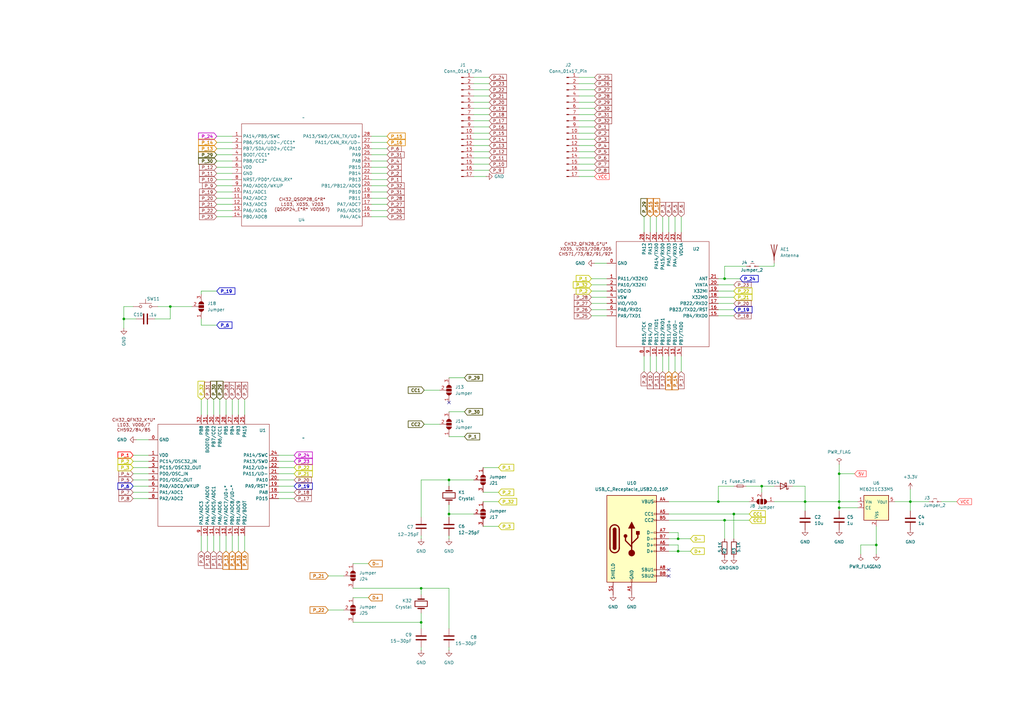
<source format=kicad_sch>
(kicad_sch (version 20250114) (generator "eeschema") (generator_version "9.0")
  (paper "A3")
  (junction (at 50.8 130.81))
  (junction (at 278.13 226.06))
  (junction (at 69.85 125.73))
  (junction (at 172.72 241.3))
  (junction (at 300.99 210.82))
  (junction (at 278.13 220.98))
  (junction (at 297.18 114.3))
  (junction (at 312.42 199.39))
  (junction (at 344.17 194.31))
  (junction (at 184.15 210.82))
  (junction (at 344.17 205.74))
  (junction (at 294.64 205.74))
  (junction (at 297.18 213.36))
  (junction (at 330.2 205.74))
  (junction (at 172.72 255.27))
  (junction (at 344.17 208.28))
  (junction (at 184.15 196.85))
  (junction (at 373.38 205.74))
  (junction (at 359.41 223.52))
  (no_connect (at 274.32 236.22))
  (no_connect (at 274.32 233.68))
  (no_connect (at 184.15 165.1))
  (wire (pts (xy 300.99 124.46) (xy 294.64 124.46)))
  (wire (pts (xy 200.66 67.31) (xy 194.31 67.31)))
  (wire (pts (xy 184.15 196.85) (xy 184.15 199.39)))
  (wire (pts (xy 264.16 152.4) (xy 264.16 146.05)))
  (wire (pts (xy 88.9 66.04) (xy 95.25 66.04)))
  (wire (pts (xy 87.63 226.06) (xy 87.63 219.71)))
  (wire (pts (xy 54.61 191.77) (xy 60.96 191.77)))
  (wire (pts (xy 300.99 121.92) (xy 294.64 121.92)))
  (wire (pts (xy 172.72 212.09) (xy 172.72 196.85)))
  (wire (pts (xy 373.38 200.66) (xy 373.38 205.74)))
  (wire (pts (xy 200.66 46.99) (xy 194.31 46.99)))
  (wire (pts (xy 274.32 88.9) (xy 274.32 95.25)))
  (wire (pts (xy 88.9 88.9) (xy 95.25 88.9)))
  (wire (pts (xy 276.86 152.4) (xy 276.86 146.05)))
  (wire (pts (xy 158.75 73.66) (xy 152.4 73.66)))
  (wire (pts (xy 300.99 127) (xy 294.64 127)))
  (wire (pts (xy 158.75 78.74) (xy 152.4 78.74)))
  (wire (pts (xy 297.18 109.22) (xy 297.18 114.3)))
  (wire (pts (xy 50.8 134.62) (xy 50.8 130.81)))
  (wire (pts (xy 50.8 125.73) (xy 50.8 130.81)))
  (wire (pts (xy 87.63 163.83) (xy 87.63 170.18)))
  (wire (pts (xy 90.17 163.83) (xy 90.17 170.18)))
  (wire (pts (xy 344.17 205.74) (xy 351.79 205.74)))
  (wire (pts (xy 300.99 210.82) (xy 300.99 220.98)))
  (wire (pts (xy 172.72 219.71) (xy 172.72 220.98)))
  (wire (pts (xy 300.99 119.38) (xy 294.64 119.38)))
  (wire (pts (xy 243.84 41.91) (xy 237.49 41.91)))
  (wire (pts (xy 200.66 44.45) (xy 194.31 44.45)))
  (wire (pts (xy 88.9 71.12) (xy 95.25 71.12)))
  (wire (pts (xy 237.49 72.39) (xy 243.84 72.39)))
  (wire (pts (xy 82.55 226.06) (xy 82.55 219.71)))
  (wire (pts (xy 200.66 54.61) (xy 194.31 54.61)))
  (wire (pts (xy 172.72 241.3) (xy 172.72 243.84)))
  (wire (pts (xy 120.65 186.69) (xy 114.3 186.69)))
  (wire (pts (xy 279.4 88.9) (xy 279.4 95.25)))
  (wire (pts (xy 158.75 68.58) (xy 152.4 68.58)))
  (wire (pts (xy 294.64 199.39) (xy 300.99 199.39)))
  (wire (pts (xy 158.75 81.28) (xy 152.4 81.28)))
  (wire (pts (xy 54.61 189.23) (xy 60.96 189.23)))
  (wire (pts (xy 92.71 226.06) (xy 92.71 219.71)))
  (wire (pts (xy 100.33 226.06) (xy 100.33 219.71)))
  (wire (pts (xy 144.78 241.3) (xy 172.72 241.3)))
  (wire (pts (xy 278.13 226.06) (xy 283.21 226.06)))
  (wire (pts (xy 204.47 201.93) (xy 198.12 201.93)))
  (wire (pts (xy 152.4 58.42) (xy 158.75 58.42)))
  (wire (pts (xy 344.17 208.28) (xy 344.17 205.74)))
  (wire (pts (xy 90.17 226.06) (xy 90.17 219.71)))
  (wire (pts (xy 274.32 213.36) (xy 297.18 213.36)))
  (wire (pts (xy 242.57 119.38) (xy 248.92 119.38)))
  (wire (pts (xy 184.15 210.82) (xy 184.15 212.09)))
  (wire (pts (xy 200.66 34.29) (xy 194.31 34.29)))
  (wire (pts (xy 88.9 55.88) (xy 95.25 55.88)))
  (wire (pts (xy 158.75 86.36) (xy 152.4 86.36)))
  (wire (pts (xy 271.78 152.4) (xy 271.78 146.05)))
  (wire (pts (xy 184.15 207.01) (xy 184.15 210.82)))
  (wire (pts (xy 243.84 46.99) (xy 237.49 46.99)))
  (wire (pts (xy 243.84 31.75) (xy 237.49 31.75)))
  (wire (pts (xy 54.61 196.85) (xy 60.96 196.85)))
  (wire (pts (xy 312.42 199.39) (xy 312.42 201.93)))
  (wire (pts (xy 279.4 152.4) (xy 279.4 146.05)))
  (wire (pts (xy 307.34 205.74) (xy 294.64 205.74)))
  (wire (pts (xy 200.66 52.07) (xy 194.31 52.07)))
  (wire (pts (xy 242.57 116.84) (xy 248.92 116.84)))
  (wire (pts (xy 88.9 58.42) (xy 95.25 58.42)))
  (wire (pts (xy 274.32 152.4) (xy 274.32 146.05)))
  (wire (pts (xy 242.57 124.46) (xy 248.92 124.46)))
  (wire (pts (xy 276.86 88.9) (xy 276.86 95.25)))
  (wire (pts (xy 172.72 196.85) (xy 184.15 196.85)))
  (wire (pts (xy 297.18 213.36) (xy 307.34 213.36)))
  (wire (pts (xy 158.75 88.9) (xy 152.4 88.9)))
  (wire (pts (xy 330.2 209.55) (xy 330.2 205.74)))
  (wire (pts (xy 97.79 226.06) (xy 97.79 219.71)))
  (wire (pts (xy 242.57 127) (xy 248.92 127)))
  (wire (pts (xy 54.61 201.93) (xy 60.96 201.93)))
  (wire (pts (xy 54.61 204.47) (xy 60.96 204.47)))
  (wire (pts (xy 82.55 119.38) (xy 82.55 120.65)))
  (wire (pts (xy 274.32 220.98) (xy 278.13 220.98)))
  (wire (pts (xy 54.61 194.31) (xy 60.96 194.31)))
  (wire (pts (xy 95.25 163.83) (xy 95.25 170.18)))
  (wire (pts (xy 353.06 223.52) (xy 353.06 227.33)))
  (wire (pts (xy 204.47 215.9) (xy 198.12 215.9)))
  (wire (pts (xy 274.32 205.74) (xy 294.64 205.74)))
  (wire (pts (xy 344.17 190.5) (xy 344.17 194.31)))
  (wire (pts (xy 120.65 201.93) (xy 114.3 201.93)))
  (wire (pts (xy 200.66 39.37) (xy 194.31 39.37)))
  (wire (pts (xy 353.06 223.52) (xy 359.41 223.52)))
  (wire (pts (xy 55.88 180.34) (xy 60.96 180.34)))
  (wire (pts (xy 243.84 62.23) (xy 237.49 62.23)))
  (wire (pts (xy 158.75 83.82) (xy 152.4 83.82)))
  (wire (pts (xy 198.12 205.74) (xy 204.47 205.74)))
  (wire (pts (xy 184.15 219.71) (xy 184.15 220.98)))
  (wire (pts (xy 85.09 163.83) (xy 85.09 170.18)))
  (wire (pts (xy 88.9 83.82) (xy 95.25 83.82)))
  (wire (pts (xy 120.65 189.23) (xy 114.3 189.23)))
  (wire (pts (xy 85.09 226.06) (xy 85.09 219.71)))
  (wire (pts (xy 88.9 81.28) (xy 95.25 81.28)))
  (wire (pts (xy 54.61 186.69) (xy 60.96 186.69)))
  (wire (pts (xy 317.5 205.74) (xy 330.2 205.74)))
  (wire (pts (xy 158.75 63.5) (xy 152.4 63.5)))
  (wire (pts (xy 264.16 88.9) (xy 264.16 95.25)))
  (wire (pts (xy 200.66 64.77) (xy 194.31 64.77)))
  (wire (pts (xy 243.84 34.29) (xy 237.49 34.29)))
  (wire (pts (xy 300.99 210.82) (xy 307.34 210.82)))
  (wire (pts (xy 190.5 168.91) (xy 184.15 168.91)))
  (wire (pts (xy 243.84 52.07) (xy 237.49 52.07)))
  (wire (pts (xy 243.84 57.15) (xy 237.49 57.15)))
  (wire (pts (xy 198.12 191.77) (xy 204.47 191.77)))
  (wire (pts (xy 97.79 163.83) (xy 97.79 170.18)))
  (wire (pts (xy 158.75 71.12) (xy 152.4 71.12)))
  (wire (pts (xy 359.41 223.52) (xy 359.41 227.33)))
  (wire (pts (xy 243.84 64.77) (xy 237.49 64.77)))
  (wire (pts (xy 243.84 49.53) (xy 237.49 49.53)))
  (wire (pts (xy 243.84 39.37) (xy 237.49 39.37)))
  (wire (pts (xy 297.18 109.22) (xy 306.07 109.22)))
  (wire (pts (xy 88.9 63.5) (xy 95.25 63.5)))
  (wire (pts (xy 243.84 36.83) (xy 237.49 36.83)))
  (wire (pts (xy 88.9 76.2) (xy 95.25 76.2)))
  (wire (pts (xy 172.72 255.27) (xy 172.72 257.81)))
  (wire (pts (xy 330.2 199.39) (xy 330.2 205.74)))
  (wire (pts (xy 92.71 163.83) (xy 92.71 170.18)))
  (wire (pts (xy 278.13 220.98) (xy 283.21 220.98)))
  (wire (pts (xy 278.13 226.06) (xy 278.13 223.52)))
  (wire (pts (xy 297.18 114.3) (xy 294.64 114.3)))
  (wire (pts (xy 317.5 109.22) (xy 311.15 109.22)))
  (wire (pts (xy 200.66 36.83) (xy 194.31 36.83)))
  (wire (pts (xy 140.97 236.22) (xy 134.62 236.22)))
  (wire (pts (xy 242.57 114.3) (xy 248.92 114.3)))
  (wire (pts (xy 200.66 62.23) (xy 194.31 62.23)))
  (wire (pts (xy 120.65 199.39) (xy 114.3 199.39)))
  (wire (pts (xy 350.52 194.31) (xy 344.17 194.31)))
  (wire (pts (xy 180.34 173.99) (xy 173.99 173.99)))
  (wire (pts (xy 95.25 226.06) (xy 95.25 219.71)))
  (wire (pts (xy 144.78 255.27) (xy 172.72 255.27)))
  (wire (pts (xy 274.32 223.52) (xy 278.13 223.52)))
  (wire (pts (xy 200.66 57.15) (xy 194.31 57.15)))
  (wire (pts (xy 88.9 78.74) (xy 95.25 78.74)))
  (wire (pts (xy 140.97 250.19) (xy 134.62 250.19)))
  (wire (pts (xy 200.66 49.53) (xy 194.31 49.53)))
  (wire (pts (xy 243.84 67.31) (xy 237.49 67.31)))
  (wire (pts (xy 200.66 31.75) (xy 194.31 31.75)))
  (wire (pts (xy 184.15 265.43) (xy 184.15 266.7)))
  (wire (pts (xy 300.99 129.54) (xy 294.64 129.54)))
  (wire (pts (xy 88.9 119.38) (xy 82.55 119.38)))
  (wire (pts (xy 312.42 199.39) (xy 317.5 199.39)))
  (wire (pts (xy 294.64 205.74) (xy 294.64 199.39)))
  (wire (pts (xy 69.85 125.73) (xy 69.85 130.81)))
  (wire (pts (xy 64.77 125.73) (xy 69.85 125.73)))
  (wire (pts (xy 190.5 154.94) (xy 184.15 154.94)))
  (wire (pts (xy 152.4 55.88) (xy 158.75 55.88)))
  (wire (pts (xy 317.5 109.22) (xy 317.5 107.95)))
  (wire (pts (xy 184.15 241.3) (xy 172.72 241.3)))
  (wire (pts (xy 266.7 152.4) (xy 266.7 146.05)))
  (wire (pts (xy 381 205.74) (xy 373.38 205.74)))
  (wire (pts (xy 120.65 196.85) (xy 114.3 196.85)))
  (wire (pts (xy 54.61 199.39) (xy 60.96 199.39)))
  (wire (pts (xy 242.57 121.92) (xy 248.92 121.92)))
  (wire (pts (xy 199.39 72.39) (xy 194.31 72.39)))
  (wire (pts (xy 269.24 152.4) (xy 269.24 146.05)))
  (wire (pts (xy 325.12 199.39) (xy 330.2 199.39)))
  (wire (pts (xy 303.53 114.3) (xy 297.18 114.3)))
  (wire (pts (xy 274.32 226.06) (xy 278.13 226.06)))
  (wire (pts (xy 50.8 125.73) (xy 54.61 125.73)))
  (wire (pts (xy 386.08 205.74) (xy 392.43 205.74)))
  (wire (pts (xy 88.9 60.96) (xy 95.25 60.96)))
  (wire (pts (xy 88.9 68.58) (xy 95.25 68.58)))
  (wire (pts (xy 63.5 130.81) (xy 69.85 130.81)))
  (wire (pts (xy 172.72 251.46) (xy 172.72 255.27)))
  (wire (pts (xy 359.41 215.9) (xy 359.41 223.52)))
  (wire (pts (xy 184.15 257.81) (xy 184.15 241.3)))
  (wire (pts (xy 200.66 69.85) (xy 194.31 69.85)))
  (wire (pts (xy 88.9 86.36) (xy 95.25 86.36)))
  (wire (pts (xy 69.85 125.73) (xy 78.74 125.73)))
  (wire (pts (xy 243.84 54.61) (xy 237.49 54.61)))
  (wire (pts (xy 344.17 208.28) (xy 351.79 208.28)))
  (wire (pts (xy 120.65 191.77) (xy 114.3 191.77)))
  (wire (pts (xy 269.24 88.9) (xy 269.24 95.25)))
  (wire (pts (xy 184.15 210.82) (xy 194.31 210.82)))
  (wire (pts (xy 190.5 179.07) (xy 184.15 179.07)))
  (wire (pts (xy 184.15 196.85) (xy 194.31 196.85)))
  (wire (pts (xy 82.55 130.81) (xy 82.55 133.35)))
  (wire (pts (xy 100.33 163.83) (xy 100.33 170.18)))
  (wire (pts (xy 266.7 88.9) (xy 266.7 95.25)))
  (wire (pts (xy 300.99 116.84) (xy 294.64 116.84)))
  (wire (pts (xy 344.17 209.55) (xy 344.17 208.28)))
  (wire (pts (xy 200.66 41.91) (xy 194.31 41.91)))
  (wire (pts (xy 243.84 107.95) (xy 248.92 107.95)))
  (wire (pts (xy 144.78 231.14) (xy 151.13 231.14)))
  (wire (pts (xy 88.9 133.35) (xy 82.55 133.35)))
  (wire (pts (xy 158.75 66.04) (xy 152.4 66.04)))
  (wire (pts (xy 158.75 76.2) (xy 152.4 76.2)))
  (wire (pts (xy 144.78 245.11) (xy 151.13 245.11)))
  (wire (pts (xy 243.84 59.69) (xy 237.49 59.69)))
  (wire (pts (xy 274.32 218.44) (xy 278.13 218.44)))
  (wire (pts (xy 200.66 59.69) (xy 194.31 59.69)))
  (wire (pts (xy 172.72 265.43) (xy 172.72 266.7)))
  (wire (pts (xy 297.18 213.36) (xy 297.18 220.98)))
  (wire (pts (xy 278.13 220.98) (xy 278.13 218.44)))
  (wire (pts (xy 50.8 130.81) (xy 55.88 130.81)))
  (wire (pts (xy 306.07 199.39) (xy 312.42 199.39)))
  (wire (pts (xy 243.84 44.45) (xy 237.49 44.45)))
  (wire (pts (xy 158.75 60.96) (xy 152.4 60.96)))
  (wire (pts (xy 274.32 210.82) (xy 300.99 210.82)))
  (wire (pts (xy 88.9 73.66) (xy 95.25 73.66)))
  (wire (pts (xy 242.57 129.54) (xy 248.92 129.54)))
  (wire (pts (xy 344.17 194.31) (xy 344.17 205.74)))
  (wire (pts (xy 271.78 88.9) (xy 271.78 95.25)))
  (wire (pts (xy 373.38 205.74) (xy 373.38 209.55)))
  (wire (pts (xy 180.34 160.02) (xy 173.99 160.02)))
  (wire (pts (xy 82.55 163.83) (xy 82.55 170.18)))
  (wire (pts (xy 330.2 205.74) (xy 344.17 205.74)))
  (wire (pts (xy 120.65 204.47) (xy 114.3 204.47)))
  (wire (pts (xy 243.84 69.85) (xy 237.49 69.85)))
  (wire (pts (xy 120.65 194.31) (xy 114.3 194.31)))
  (wire (pts (xy 367.03 205.74) (xy 373.38 205.74)))
  (global_label "P_1" (shape input) (at 243.84 52.07 0) (effects (font (thickness 0.1588))) (property "Intersheetrefs" "${INTERSHEET_REFS}" (effects (hide yes))))
  (global_label "P_12" (shape input) (at 271.78 152.4 270) (property "Intersheetrefs" "${INTERSHEET_REFS}" (effects (hide yes))))
  (global_label "P_31" (shape input) (at 158.75 63.5 0) (property "Intersheetrefs" "${INTERSHEET_REFS}" (effects (hide yes))))
  (global_label "D+" (shape input) (at 283.21 226.06 0) (effects (font (thickness 0.254) (bold yes))) (property "Intersheetrefs" "${INTERSHEET_REFS}" (effects (hide yes))))
  (global_label "P_23" (shape input) (at 300.99 116.84 0) (property "Intersheetrefs" "${INTERSHEET_REFS}" (effects (hide yes))))
  (global_label "P_17" (shape input) (at 279.4 152.4 270) (property "Intersheetrefs" "${INTERSHEET_REFS}" (effects (hide yes))))
  (global_label "P_14" (shape input) (at 200.66 57.15 0) (property "Intersheetrefs" "${INTERSHEET_REFS}" (effects (hide yes))))
  (global_label "P_16" (shape input) (at 100.33 226.06 270) (effects (font (thickness 0.254) (bold yes))) (property "Intersheetrefs" "${INTERSHEET_REFS}" (effects (hide yes))))
  (global_label "P_21" (shape input) (at 200.66 39.37 0) (effects (font (thickness 0.1588))) (property "Intersheetrefs" "${INTERSHEET_REFS}" (effects (hide yes))))
  (global_label "P_8" (shape input) (at 54.61 204.47 180) (property "Intersheetrefs" "${INTERSHEET_REFS}" (effects (hide yes))))
  (global_label "P_32" (shape input) (at 204.47 205.74 0) (effects (font (thickness 0.254) (bold yes))) (property "Intersheetrefs" "${INTERSHEET_REFS}" (effects (hide yes))))
  (global_label "P_10" (shape input) (at 85.09 226.06 270) (property "Intersheetrefs" "${INTERSHEET_REFS}" (effects (hide yes))))
  (global_label "P_26" (shape input) (at 158.75 86.36 0) (property "Intersheetrefs" "${INTERSHEET_REFS}" (effects (hide yes))))
  (global_label "P_21" (shape input) (at 88.9 83.82 180) (property "Intersheetrefs" "${INTERSHEET_REFS}" (effects (hide yes))))
  (global_label "P_4" (shape input) (at 274.32 88.9 90) (effects (font (thickness 0.1588))) (property "Intersheetrefs" "${INTERSHEET_REFS}" (effects (hide yes))))
  (global_label "VCC" (shape input) (at 392.43 205.74 0) (property "Intersheetrefs" "${INTERSHEET_REFS}" (effects (hide yes))))
  (global_label "P_12" (shape input) (at 200.66 62.23 0) (property "Intersheetrefs" "${INTERSHEET_REFS}" (effects (hide yes))))
  (global_label "P_29" (shape input) (at 190.5 154.94 0) (effects (font (thickness 0.254) (bold yes))) (property "Intersheetrefs" "${INTERSHEET_REFS}" (effects (hide yes))))
  (global_label "P_5" (shape input) (at 54.61 196.85 180) (effects (font (thickness 0.1588))) (property "Intersheetrefs" "${INTERSHEET_REFS}" (effects (hide yes))))
  (global_label "P_1" (shape input) (at 158.75 73.66 0) (effects (font (thickness 0.1588))) (property "Intersheetrefs" "${INTERSHEET_REFS}" (effects (hide yes))))
  (global_label "P_27" (shape input) (at 95.25 163.83 90) (property "Intersheetrefs" "${INTERSHEET_REFS}" (effects (hide yes))))
  (global_label "P_29" (shape input) (at 243.84 41.91 0) (property "Intersheetrefs" "${INTERSHEET_REFS}" (effects (hide yes))))
  (global_label "P_16" (shape input) (at 158.75 58.42 0) (effects (font (thickness 0.254) (bold yes))) (property "Intersheetrefs" "${INTERSHEET_REFS}" (effects (hide yes))))
  (global_label "P_13" (shape input) (at 88.9 60.96 180) (effects (font (thickness 0.254) (bold yes))) (property "Intersheetrefs" "${INTERSHEET_REFS}" (effects (hide yes))))
  (global_label "P_4" (shape input) (at 243.84 59.69 0) (effects (font (thickness 0.1588))) (property "Intersheetrefs" "${INTERSHEET_REFS}" (effects (hide yes))))
  (global_label "P_5" (shape input) (at 243.84 62.23 0) (effects (font (thickness 0.1588))) (property "Intersheetrefs" "${INTERSHEET_REFS}" (effects (hide yes))))
  (global_label "P_9" (shape input) (at 82.55 226.06 270) (property "Intersheetrefs" "${INTERSHEET_REFS}" (effects (hide yes))))
  (global_label "P_19" (shape input) (at 300.99 127 0) (effects (font (thickness 0.254) (bold yes))) (property "Intersheetrefs" "${INTERSHEET_REFS}" (effects (hide yes))))
  (global_label "P_3" (shape input) (at 204.47 215.9 0) (effects (font (thickness 0.254) (bold yes))) (property "Intersheetrefs" "${INTERSHEET_REFS}" (effects (hide yes))))
  (global_label "P_22" (shape input) (at 88.9 86.36 180) (property "Intersheetrefs" "${INTERSHEET_REFS}" (effects (hide yes))))
  (global_label "P_31" (shape input) (at 85.09 163.83 90) (property "Intersheetrefs" "${INTERSHEET_REFS}" (effects (hide yes))))
  (global_label "P_27" (shape input) (at 242.57 124.46 180) (property "Intersheetrefs" "${INTERSHEET_REFS}" (effects (hide yes))))
  (global_label "P_17" (shape input) (at 200.66 49.53 0) (property "Intersheetrefs" "${INTERSHEET_REFS}" (effects (hide yes))))
  (global_label "P_2" (shape input) (at 54.61 189.23 180) (effects (font (thickness 0.254) (bold yes))) (property "Intersheetrefs" "${INTERSHEET_REFS}" (effects (hide yes))))
  (global_label "P_26" (shape input) (at 97.79 163.83 90) (property "Intersheetrefs" "${INTERSHEET_REFS}" (effects (hide yes))))
  (global_label "P_6" (shape input) (at 88.9 133.35 0) (effects (font (thickness 0.254) (bold yes))) (property "Intersheetrefs" "${INTERSHEET_REFS}" (effects (hide yes))))
  (global_label "P_19" (shape input) (at 88.9 78.74 180) (property "Intersheetrefs" "${INTERSHEET_REFS}" (effects (hide yes))))
  (global_label "P_3" (shape input) (at 271.78 88.9 90) (effects (font (thickness 0.1588))) (property "Intersheetrefs" "${INTERSHEET_REFS}" (effects (hide yes))))
  (global_label "5V" (shape input) (at 350.52 194.31 0) (property "Intersheetrefs" "${INTERSHEET_REFS}" (effects (hide yes))))
  (global_label "P_2" (shape input) (at 243.84 54.61 0) (effects (font (thickness 0.1588))) (property "Intersheetrefs" "${INTERSHEET_REFS}" (effects (hide yes))))
  (global_label "P_19" (shape input) (at 120.65 199.39 0) (effects (font (thickness 0.254) (bold yes))) (property "Intersheetrefs" "${INTERSHEET_REFS}" (effects (hide yes))))
  (global_label "P_32" (shape input) (at 243.84 49.53 0) (effects (font (thickness 0.1588))) (property "Intersheetrefs" "${INTERSHEET_REFS}" (effects (hide yes))))
  (global_label "P_11" (shape input) (at 200.66 64.77 0) (property "Intersheetrefs" "${INTERSHEET_REFS}" (effects (hide yes))))
  (global_label "P_22" (shape input) (at 120.65 191.77 0) (effects (font (thickness 0.254) (bold yes))) (property "Intersheetrefs" "${INTERSHEET_REFS}" (effects (hide yes))))
  (global_label "P_25" (shape input) (at 242.57 129.54 180) (property "Intersheetrefs" "${INTERSHEET_REFS}" (effects (hide yes))))
  (global_label "P_2" (shape input) (at 204.47 201.93 0) (effects (font (thickness 0.254) (bold yes))) (property "Intersheetrefs" "${INTERSHEET_REFS}" (effects (hide yes))))
  (global_label "P_3" (shape input) (at 54.61 191.77 180) (effects (font (thickness 0.254) (bold yes))) (property "Intersheetrefs" "${INTERSHEET_REFS}" (effects (hide yes))))
  (global_label "P_14" (shape input) (at 276.86 152.4 270) (effects (font (thickness 0.254) (bold yes))) (property "Intersheetrefs" "${INTERSHEET_REFS}" (effects (hide yes))))
  (global_label "CC1" (shape input) (at 307.34 210.82 0) (effects (font (thickness 0.254) (bold yes))) (property "Intersheetrefs" "${INTERSHEET_REFS}" (effects (hide yes))))
  (global_label "P_23" (shape input) (at 120.65 189.23 0) (effects (font (thickness 0.254) (bold yes))) (property "Intersheetrefs" "${INTERSHEET_REFS}" (effects (hide yes))))
  (global_label "P_8" (shape input) (at 243.84 69.85 0) (property "Intersheetrefs" "${INTERSHEET_REFS}" (effects (hide yes))))
  (global_label "P_16" (shape input) (at 269.24 88.9 90) (effects (font (thickness 0.254) (bold yes))) (property "Intersheetrefs" "${INTERSHEET_REFS}" (effects (hide yes))))
  (global_label "P_32" (shape input) (at 82.55 163.83 90) (effects (font (thickness 0.254) (bold yes))) (property "Intersheetrefs" "${INTERSHEET_REFS}" (effects (hide yes))))
  (global_label "P_14" (shape input) (at 95.25 226.06 270) (effects (font (thickness 0.254) (bold yes))) (property "Intersheetrefs" "${INTERSHEET_REFS}" (effects (hide yes))))
  (global_label "VCC" (shape input) (at 243.84 72.39 0) (property "Intersheetrefs" "${INTERSHEET_REFS}" (effects (hide yes))))
  (global_label "P_22" (shape input) (at 300.99 119.38 0) (effects (font (thickness 0.254) (bold yes))) (property "Intersheetrefs" "${INTERSHEET_REFS}" (effects (hide yes))))
  (global_label "P_25" (shape input) (at 100.33 163.83 90) (property "Intersheetrefs" "${INTERSHEET_REFS}" (effects (hide yes))))
  (global_label "D-" (shape input) (at 151.13 231.14 0) (effects (font (thickness 0.254) (bold yes))) (property "Intersheetrefs" "${INTERSHEET_REFS}" (effects (hide yes))))
  (global_label "P_32" (shape input) (at 242.57 116.84 180) (effects (font (thickness 0.254) (bold yes))) (property "Intersheetrefs" "${INTERSHEET_REFS}" (effects (hide yes))))
  (global_label "P_1" (shape input) (at 242.57 114.3 180) (effects (font (thickness 0.254) (bold yes))) (property "Intersheetrefs" "${INTERSHEET_REFS}" (effects (hide yes))))
  (global_label "P_20" (shape input) (at 120.65 196.85 0) (property "Intersheetrefs" "${INTERSHEET_REFS}" (effects (hide yes))))
  (global_label "P_31" (shape input) (at 243.84 46.99 0) (property "Intersheetrefs" "${INTERSHEET_REFS}" (effects (hide yes))))
  (global_label "P_29" (shape input) (at 264.16 88.9 90) (effects (font (thickness 0.254) (bold yes))) (property "Intersheetrefs" "${INTERSHEET_REFS}" (effects (hide yes))))
  (global_label "P_32" (shape input) (at 158.75 76.2 0) (property "Intersheetrefs" "${INTERSHEET_REFS}" (effects (hide yes))))
  (global_label "P_18" (shape input) (at 300.99 129.54 0) (property "Intersheetrefs" "${INTERSHEET_REFS}" (effects (hide yes))))
  (global_label "P_27" (shape input) (at 243.84 36.83 0) (property "Intersheetrefs" "${INTERSHEET_REFS}" (effects (hide yes))))
  (global_label "P_30" (shape input) (at 243.84 44.45 0) (property "Intersheetrefs" "${INTERSHEET_REFS}" (effects (hide yes))))
  (global_label "P_20" (shape input) (at 88.9 81.28 180) (property "Intersheetrefs" "${INTERSHEET_REFS}" (effects (hide yes))))
  (global_label "P_9" (shape input) (at 200.66 69.85 0) (property "Intersheetrefs" "${INTERSHEET_REFS}" (effects (hide yes))))
  (global_label "P_29" (shape input) (at 88.9 63.5 180) (effects (font (thickness 0.254) (bold yes))) (property "Intersheetrefs" "${INTERSHEET_REFS}" (effects (hide yes))))
  (global_label "P_11" (shape input) (at 269.24 152.4 270) (property "Intersheetrefs" "${INTERSHEET_REFS}" (effects (hide yes))))
  (global_label "P_23" (shape input) (at 88.9 88.9 180) (property "Intersheetrefs" "${INTERSHEET_REFS}" (effects (hide yes))))
  (global_label "P_11" (shape input) (at 88.9 71.12 180) (property "Intersheetrefs" "${INTERSHEET_REFS}" (effects (hide yes))))
  (global_label "P_14" (shape input) (at 88.9 58.42 180) (effects (font (thickness 0.254) (bold yes))) (property "Intersheetrefs" "${INTERSHEET_REFS}" (effects (hide yes))))
  (global_label "P_25" (shape input) (at 158.75 88.9 0) (property "Intersheetrefs" "${INTERSHEET_REFS}" (effects (hide yes))))
  (global_label "P_30" (shape input) (at 190.5 168.91 0) (effects (font (thickness 0.254) (bold yes))) (property "Intersheetrefs" "${INTERSHEET_REFS}" (effects (hide yes))))
  (global_label "P_18" (shape input) (at 200.66 46.99 0) (property "Intersheetrefs" "${INTERSHEET_REFS}" (effects (hide yes))))
  (global_label "P_26" (shape input) (at 243.84 34.29 0) (property "Intersheetrefs" "${INTERSHEET_REFS}" (effects (hide yes))))
  (global_label "P_19" (shape input) (at 88.9 119.38 0) (effects (font (thickness 0.254) (bold yes))) (property "Intersheetrefs" "${INTERSHEET_REFS}" (effects (hide yes))))
  (global_label "P_11" (shape input) (at 87.63 226.06 270) (property "Intersheetrefs" "${INTERSHEET_REFS}" (effects (hide yes))))
  (global_label "P_31" (shape input) (at 158.75 78.74 0) (property "Intersheetrefs" "${INTERSHEET_REFS}" (effects (hide yes))))
  (global_label "P_21" (shape input) (at 300.99 121.92 0) (effects (font (thickness 0.254) (bold yes))) (property "Intersheetrefs" "${INTERSHEET_REFS}" (effects (hide yes))))
  (global_label "P_24" (shape input) (at 88.9 55.88 180) (effects (font (thickness 0.254) (bold yes))) (property "Intersheetrefs" "${INTERSHEET_REFS}" (effects (hide yes))))
  (global_label "P_3" (shape input) (at 243.84 57.15 0) (effects (font (thickness 0.1588))) (property "Intersheetrefs" "${INTERSHEET_REFS}" (effects (hide yes))))
  (global_label "P_20" (shape input) (at 300.99 124.46 0) (property "Intersheetrefs" "${INTERSHEET_REFS}" (effects (hide yes))))
  (global_label "CC2" (shape input) (at 173.99 173.99 180) (effects (font (thickness 0.254) (bold yes))) (property "Intersheetrefs" "${INTERSHEET_REFS}" (effects (hide yes))))
  (global_label "CC1" (shape input) (at 173.99 160.02 180) (effects (font (thickness 0.254) (bold yes))) (property "Intersheetrefs" "${INTERSHEET_REFS}" (effects (hide yes))))
  (global_label "P_30" (shape input) (at 87.63 163.83 90) (effects (font (thickness 0.254) (bold yes))) (property "Intersheetrefs" "${INTERSHEET_REFS}" (effects (hide yes))))
  (global_label "P_15" (shape input) (at 200.66 54.61 0) (property "Intersheetrefs" "${INTERSHEET_REFS}" (effects (hide yes))))
  (global_label "P_15" (shape input) (at 158.75 55.88 0) (effects (font (thickness 0.254) (bold yes))) (property "Intersheetrefs" "${INTERSHEET_REFS}" (effects (hide yes))))
  (global_label "P_1" (shape input) (at 204.47 191.77 0) (effects (font (thickness 0.254) (bold yes))) (property "Intersheetrefs" "${INTERSHEET_REFS}" (effects (hide yes))))
  (global_label "D-" (shape input) (at 283.21 220.98 0) (effects (font (thickness 0.254) (bold yes))) (property "Intersheetrefs" "${INTERSHEET_REFS}" (effects (hide yes))))
  (global_label "P_18" (shape input) (at 120.65 201.93 0) (property "Intersheetrefs" "${INTERSHEET_REFS}" (effects (hide yes))))
  (global_label "P_21" (shape input) (at 120.65 194.31 0) (effects (font (thickness 0.254) (bold yes))) (property "Intersheetrefs" "${INTERSHEET_REFS}" (effects (hide yes))))
  (global_label "P_24" (shape input) (at 200.66 31.75 0) (effects (font (thickness 0.1588))) (property "Intersheetrefs" "${INTERSHEET_REFS}" (effects (hide yes))))
  (global_label "P_25" (shape input) (at 243.84 31.75 0) (property "Intersheetrefs" "${INTERSHEET_REFS}" (effects (hide yes))))
  (global_label "P_12" (shape input) (at 90.17 226.06 270) (property "Intersheetrefs" "${INTERSHEET_REFS}" (effects (hide yes))))
  (global_label "P_22" (shape input) (at 200.66 36.83 0) (effects (font (thickness 0.1588))) (property "Intersheetrefs" "${INTERSHEET_REFS}" (effects (hide yes))))
  (global_label "P_28" (shape input) (at 92.71 163.83 90) (property "Intersheetrefs" "${INTERSHEET_REFS}" (effects (hide yes))))
  (global_label "P_10" (shape input) (at 266.7 152.4 270) (property "Intersheetrefs" "${INTERSHEET_REFS}" (effects (hide yes))))
  (global_label "CC2" (shape input) (at 307.34 213.36 0) (effects (font (thickness 0.254) (bold yes))) (property "Intersheetrefs" "${INTERSHEET_REFS}" (effects (hide yes))))
  (global_label "P_13" (shape input) (at 92.71 226.06 270) (effects (font (thickness 0.254) (bold yes))) (property "Intersheetrefs" "${INTERSHEET_REFS}" (effects (hide yes))))
  (global_label "P_30" (shape input) (at 88.9 66.04 180) (effects (font (thickness 0.254) (bold yes))) (property "Intersheetrefs" "${INTERSHEET_REFS}" (effects (hide yes))))
  (global_label "P_7" (shape input) (at 54.61 201.93 180) (property "Intersheetrefs" "${INTERSHEET_REFS}" (effects (hide yes))))
  (global_label "P_6" (shape input) (at 279.4 88.9 90) (property "Intersheetrefs" "${INTERSHEET_REFS}" (effects (hide yes))))
  (global_label "P_3" (shape input) (at 158.75 68.58 0) (effects (font (thickness 0.1588))) (property "Intersheetrefs" "${INTERSHEET_REFS}" (effects (hide yes))))
  (global_label "P_7" (shape input) (at 243.84 67.31 0) (property "Intersheetrefs" "${INTERSHEET_REFS}" (effects (hide yes))))
  (global_label "P_12" (shape input) (at 88.9 68.58 180) (property "Intersheetrefs" "${INTERSHEET_REFS}" (effects (hide yes))))
  (global_label "P_1" (shape input) (at 54.61 186.69 180) (effects (font (thickness 0.254) (bold yes))) (property "Intersheetrefs" "${INTERSHEET_REFS}" (effects (hide yes))))
  (global_label "P_24" (shape input) (at 120.65 186.69 0) (effects (font (thickness 0.254) (bold yes))) (property "Intersheetrefs" "${INTERSHEET_REFS}" (effects (hide yes))))
  (global_label "P_9" (shape input) (at 88.9 76.2 180) (property "Intersheetrefs" "${INTERSHEET_REFS}" (effects (hide yes))))
  (global_label "P_17" (shape input) (at 120.65 204.47 0) (property "Intersheetrefs" "${INTERSHEET_REFS}" (effects (hide yes))))
  (global_label "P_10" (shape input) (at 88.9 73.66 180) (property "Intersheetrefs" "${INTERSHEET_REFS}" (effects (hide yes))))
  (global_label "P_24" (shape input) (at 303.53 114.3 0) (effects (font (thickness 0.254) (bold yes))) (property "Intersheetrefs" "${INTERSHEET_REFS}" (effects (hide yes))))
  (global_label "P_19" (shape input) (at 200.66 44.45 0) (property "Intersheetrefs" "${INTERSHEET_REFS}" (effects (hide yes))))
  (global_label "P_1" (shape input) (at 190.5 179.07 0) (effects (font (thickness 0.254) (bold yes))) (property "Intersheetrefs" "${INTERSHEET_REFS}" (effects (hide yes))))
  (global_label "P_16" (shape input) (at 200.66 52.07 0) (property "Intersheetrefs" "${INTERSHEET_REFS}" (effects (hide yes))))
  (global_label "P_22" (shape input) (at 134.62 250.19 180) (effects (font (thickness 0.254) (bold yes))) (property "Intersheetrefs" "${INTERSHEET_REFS}" (effects (hide yes))))
  (global_label "P_2" (shape input) (at 158.75 71.12 0) (effects (font (thickness 0.1588))) (property "Intersheetrefs" "${INTERSHEET_REFS}" (effects (hide yes))))
  (global_label "P_15" (shape input) (at 97.79 226.06 270) (effects (font (thickness 0.254) (bold yes))) (property "Intersheetrefs" "${INTERSHEET_REFS}" (effects (hide yes))))
  (global_label "P_6" (shape input) (at 243.84 64.77 0) (property "Intersheetrefs" "${INTERSHEET_REFS}" (effects (hide yes))))
  (global_label "P_27" (shape input) (at 158.75 83.82 0) (property "Intersheetrefs" "${INTERSHEET_REFS}" (effects (hide yes))))
  (global_label "P_29" (shape input) (at 90.17 163.83 90) (effects (font (thickness 0.254) (bold yes))) (property "Intersheetrefs" "${INTERSHEET_REFS}" (effects (hide yes))))
  (global_label "P_6" (shape input) (at 54.61 199.39 180) (effects (font (thickness 0.254) (bold yes))) (property "Intersheetrefs" "${INTERSHEET_REFS}" (effects (hide yes))))
  (global_label "P_4" (shape input) (at 54.61 194.31 180) (effects (font (thickness 0.1588))) (property "Intersheetrefs" "${INTERSHEET_REFS}" (effects (hide yes))))
  (global_label "P_23" (shape input) (at 200.66 34.29 0) (effects (font (thickness 0.1588))) (property "Intersheetrefs" "${INTERSHEET_REFS}" (effects (hide yes))))
  (global_label "P_5" (shape input) (at 276.86 88.9 90) (effects (font (thickness 0.1588))) (property "Intersheetrefs" "${INTERSHEET_REFS}" (effects (hide yes))))
  (global_label "P_15" (shape input) (at 266.7 88.9 90) (effects (font (thickness 0.254) (bold yes))) (property "Intersheetrefs" "${INTERSHEET_REFS}" (effects (hide yes))))
  (global_label "P_28" (shape input) (at 158.75 81.28 0) (property "Intersheetrefs" "${INTERSHEET_REFS}" (effects (hide yes))))
  (global_label "P_13" (shape input) (at 200.66 59.69 0) (property "Intersheetrefs" "${INTERSHEET_REFS}" (effects (hide yes))))
  (global_label "P_2" (shape input) (at 242.57 119.38 180) (effects (font (thickness 0.254) (bold yes))) (property "Intersheetrefs" "${INTERSHEET_REFS}" (effects (hide yes))))
  (global_label "P_20" (shape input) (at 200.66 41.91 0) (effects (font (thickness 0.1588))) (property "Intersheetrefs" "${INTERSHEET_REFS}" (effects (hide yes))))
  (global_label "P_10" (shape input) (at 200.66 67.31 0) (property "Intersheetrefs" "${INTERSHEET_REFS}" (effects (hide yes))))
  (global_label "P_6" (shape input) (at 158.75 60.96 0) (property "Intersheetrefs" "${INTERSHEET_REFS}" (effects (hide yes))))
  (global_label "P_13" (shape input) (at 274.32 152.4 270) (effects (font (thickness 0.254) (bold yes))) (property "Intersheetrefs" "${INTERSHEET_REFS}" (effects (hide yes))))
  (global_label "P_28" (shape input) (at 242.57 121.92 180) (property "Intersheetrefs" "${INTERSHEET_REFS}" (effects (hide yes))))
  (global_label "P_28" (shape input) (at 243.84 39.37 0) (property "Intersheetrefs" "${INTERSHEET_REFS}" (effects (hide yes))))
  (global_label "P_21" (shape input) (at 134.62 236.22 180) (effects (font (thickness 0.254) (bold yes))) (property "Intersheetrefs" "${INTERSHEET_REFS}" (effects (hide yes))))
  (global_label "P_9" (shape input) (at 264.16 152.4 270) (property "Intersheetrefs" "${INTERSHEET_REFS}" (effects (hide yes))))
  (global_label "P_4" (shape input) (at 158.75 66.04 0) (effects (font (thickness 0.1588))) (property "Intersheetrefs" "${INTERSHEET_REFS}" (effects (hide yes))))
  (global_label "D+" (shape input) (at 151.13 245.11 0) (effects (font (thickness 0.254) (bold yes))) (property "Intersheetrefs" "${INTERSHEET_REFS}" (effects (hide yes))))
  (global_label "P_26" (shape input) (at 242.57 127 180) (property "Intersheetrefs" "${INTERSHEET_REFS}" (effects (hide yes))))
  (symbol (lib_id "Device:Antenna") (at 317.5 102.87 0) (unit 1)
    (property "Reference" "AE1" (at 320.04 102.2349 0) (effects (justify left)))
    (property "Value" "Antenna" (at 320.04 104.7749 0) (effects (justify left)))
    (property "Footprint" "RF_Antenna:Texas_SWRA117D_2.4GHz_Right" (effects (hide yes)))
    (property "Description" "Antenna" (effects (hide yes)))
  )
  (symbol (lib_name "GND_1") (lib_id "power:GND") (at 359.41 227.33 0) (unit 1)
    (property "Reference" "#PWR010" (effects (hide yes)))
    (property "Value" "GND" (at 359.41 232.41 0))
    (property "Description" "Power symbol creates a global label with name \"GND\" , ground" (effects (hide yes)))
  )
  (symbol (lib_id "Jumper:SolderJumper_3_Open") (at 144.78 250.19 270) (unit 1) (in_bom no)
    (property "Reference" "J25" (at 147.32 251.4601 90) (effects (justify left)))
    (property "Value" "Jumper" (at 147.32 248.9201 90) (effects (justify left)))
    (property "Footprint" "IOT-Mess-Footprints:Jumper-3_P1.3mm_Open_RoundedPad1.0x1.5mm" (effects (hide yes)))
    (property "Description" "Solder Jumper, 3-pole, open" (effects (hide yes)))
  )
  (symbol (lib_id "Jumper:SolderJumper_3_Open") (at 184.15 173.99 270) (mirror x) (unit 1) (in_bom no)
    (property "Reference" "J14" (at 186.69 172.7199 90) (effects (justify left)))
    (property "Value" "Jumper" (at 186.69 175.2599 90) (effects (justify left)))
    (property "Footprint" "IOT-Mess-Footprints:Jumper-3_P1.3mm_Open_RoundedPad1.0x1.5mm" (effects (hide yes)))
    (property "Description" "Solder Jumper, 3-pole, open" (effects (hide yes)))
  )
  (symbol (lib_id "Device:C") (at 172.72 261.62 0) (mirror y) (unit 1)
    (property "Reference" "C9" (at 168.91 260.3499 0) (effects (justify left)))
    (property "Value" "15-30pF" (at 168.91 262.8899 0) (effects (justify left)))
    (property "Footprint" "Capacitor_SMD:C_0603_1608Metric" (effects (hide yes)))
  )
  (symbol (lib_id "Device:R") (at 297.18 224.79 0) (unit 1)
    (property "Reference" "R2" (at 297.18 227.33 90) (effects (justify left)))
    (property "Value" "5.1K" (at 295.275 226.695 90) (effects (justify left)))
    (property "Footprint" "Resistor_SMD:R_0603_1608Metric" (effects (hide yes)))
  )
  (symbol (lib_id "Device:Crystal") (at 172.72 247.65 90) (mirror x) (unit 1)
    (property "Reference" "K32" (at 168.91 246.3799 90) (effects (justify left)))
    (property "Value" "Crystal" (at 168.91 248.9199 90) (effects (justify left)))
    (property "Footprint" "Crystal:Crystal_SMD_3225-4Pin_3.2x2.5mm" (effects (hide yes)))
    (property "Description" "Two pin crystal" (effects (hide yes)))
  )
  (symbol (lib_name "GND_1") (lib_id "power:GND") (at 184.15 220.98 0) (unit 1)
    (property "Reference" "#PWR021" (effects (hide yes)))
    (property "Value" "GND" (at 184.15 226.06 0))
    (property "Description" "Power symbol creates a global label with name \"GND\" , ground" (effects (hide yes)))
  )
  (symbol (lib_name "GND_1") (lib_id "power:GND") (at 50.8 134.62 0) (unit 1)
    (property "Reference" "#PWR044" (effects (hide yes)))
    (property "Value" "GND" (at 50.8 137.922 90) (effects (justify right)))
    (property "Description" "Power symbol creates a global label with name \"GND\" , ground" (effects (hide yes)))
  )
  (symbol (lib_id "IOT-Mess:CH32_QFN28_G*U*") (at 271.78 121.92 0) (unit 1)
    (property "Reference" "U2" (at 285.496 102.108 0))
    (property "Value" "~" (at 308.61 107.2449 0))
    (property "Footprint" "Package_DFN_QFN:QFN-28-1EP_4x4mm_P0.4mm_EP2.3x2.3mm_ThermalVias" (effects (hide yes)))
  )
  (symbol (lib_id "Jumper:Jumper_2_Small_Open") (at 383.54 205.74 0) (unit 1)
    (property "Reference" "J3" (at 380.238 204.216 0))
    (property "Value" "Jumper_2" (at 383.286 207.264 0))
    (property "Footprint" "IOT-Mess-Footprints:Jumpper-triangle" (effects (hide yes)))
    (property "Description" "Jumper, 2-pole, small symbol, open" (effects (hide yes)))
  )
  (symbol (lib_id "Device:C") (at 330.2 213.36 0) (unit 1)
    (property "Reference" "C2" (at 334.01 212.09 0) (effects (justify left)))
    (property "Value" "10u" (at 334.01 214.63 0) (effects (justify left)))
    (property "Footprint" "Capacitor_SMD:C_0603_1608Metric" (effects (hide yes)))
  )
  (symbol (lib_name "GND_1") (lib_id "power:GND") (at 259.08 243.84 0) (unit 1)
    (property "Reference" "#PWR013" (effects (hide yes)))
    (property "Value" "GND" (at 259.08 248.92 0))
    (property "Description" "Power symbol creates a global label with name \"GND\" , ground" (effects (hide yes)))
  )
  (symbol (lib_id "Jumper:SolderJumper_3_Open") (at 312.42 205.74 180) (unit 1) (in_bom no)
    (property "Reference" "J8" (at 308.61 207.518 0))
    (property "Value" "Jumper" (at 314.198 208.026 0))
    (property "Footprint" "IOT-Mess-Footprints:Jumper-3_P1.3mm_Open_RoundedPad1.0x1.5mm" (effects (hide yes)))
    (property "Description" "Solder Jumper, 3-pole, open" (effects (hide yes)))
  )
  (symbol (lib_name "GND_1") (lib_id "power:GND") (at 199.39 72.39 90) (mirror x) (unit 1)
    (property "Reference" "#PWR045" (effects (hide yes)))
    (property "Value" "GND" (at 202.692 72.39 90) (effects (justify right)))
    (property "Description" "Power symbol creates a global label with name \"GND\" , ground" (effects (hide yes)))
  )
  (symbol (lib_name "GND_1") (lib_id "power:GND") (at 300.99 228.6 0) (mirror y) (unit 1)
    (property "Reference" "#PWR016" (effects (hide yes)))
    (property "Value" "GND" (at 298.958 232.918 0) (effects (justify right)))
    (property "Description" "Power symbol creates a global label with name \"GND\" , ground" (effects (hide yes)))
  )
  (symbol (lib_id "Device:C") (at 184.15 261.62 0) (mirror y) (unit 1)
    (property "Reference" "C8" (at 195.58 261.366 0) (effects (justify left)))
    (property "Value" "15-30pF" (at 195.58 263.906 0) (effects (justify left)))
    (property "Footprint" "Capacitor_SMD:C_0603_1608Metric" (effects (hide yes)))
  )
  (symbol (lib_id "Device:Crystal") (at 184.15 203.2 270) (unit 1)
    (property "Reference" "K1" (at 187.96 201.9299 90) (effects (justify left)))
    (property "Value" "Crystal" (at 187.96 204.4699 90) (effects (justify left)))
    (property "Footprint" "Crystal:Crystal_SMD_3225-4Pin_3.2x2.5mm" (effects (hide yes)))
    (property "Description" "Two pin crystal" (effects (hide yes)))
  )
  (symbol (lib_name "GND_1") (lib_id "power:GND") (at 55.88 180.34 270) (unit 1)
    (property "Reference" "#PWR026" (effects (hide yes)))
    (property "Value" "GND" (at 52.07 180.3399 90) (effects (justify right)))
    (property "Description" "Power symbol creates a global label with name \"GND\" , ground" (effects (hide yes)))
  )
  (symbol (lib_id "Device:R") (at 300.99 224.79 0) (unit 1)
    (property "Reference" "R3" (at 300.99 227.33 90) (effects (justify left)))
    (property "Value" "5.1K" (at 302.895 226.695 90) (effects (justify left)))
    (property "Footprint" "Resistor_SMD:R_0603_1608Metric" (effects (hide yes)))
  )
  (symbol (lib_id "Regulator_Linear:ME6211C33M5") (at 359.41 208.28 0) (unit 1)
    (property "Reference" "U6" (at 359.41 198.12 0))
    (property "Value" "ME6211C33M5" (at 359.41 200.66 0))
    (property "Footprint" "Package_TO_SOT_SMD:SOT-23-5" (effects (hide yes)))
    (property "Datasheet" "https://www.lcsc.com/datasheet/lcsc_datasheet_2304140030_MICRONE-Nanjing-Micro-One-Elec-ME6211C33R5G_C235316.pdf" (effects (hide yes)))
    (property "Description" "500mA low dropout linear regulator, shutdown pin, 6.5V max input voltage, 3.3V fixed positive output, SOT-23-5" (effects (hide yes)))
  )
  (symbol (lib_id "IOT-Mess:CH32_QFN32_K*U*") (at 87.63 194.31 0) (unit 1)
    (property "Reference" "U1" (at 107.696 176.53 0))
    (property "Value" "~" (at 124.46 179.6349 0))
    (property "Footprint" "Package_DFN_QFN:QFN-32-1EP_4x4mm_P0.4mm_EP2.9x2.9mm_ThermalVias" (effects (hide yes)))
  )
  (symbol (lib_id "Connector:Conn_01x17_Pin") (at 189.23 52.07 0) (unit 1)
    (property "Reference" "J1" (at 189.865 26.67 0))
    (property "Value" "Conn_01x17_Pin" (at 189.865 29.21 0))
    (property "Footprint" "Connector_PinHeader_2.54mm:PinHeader_1x17_P2.54mm_Vertical" (effects (hide yes)))
    (property "Description" "Generic connector, single row, 01x17, script generated" (effects (hide yes)))
  )
  (symbol (lib_id "power:PWR_FLAG") (at 344.17 190.5 0) (unit 1)
    (property "Reference" "#FLG05" (effects (hide yes)))
    (property "Value" "PWR_FLAG" (at 344.17 185.42 0))
    (property "Description" "Special symbol for telling ERC where power comes from" (effects (hide yes)))
  )
  (symbol (lib_id "Jumper:SolderJumper_3_Open") (at 198.12 196.85 270) (unit 1) (in_bom no)
    (property "Reference" "J21" (at 200.66 198.1201 90) (effects (justify left)))
    (property "Value" "Jumper" (at 200.66 195.5801 90) (effects (justify left)))
    (property "Footprint" "IOT-Mess-Footprints:Jumper-3_P1.3mm_Open_RoundedPad1.0x1.5mm" (effects (hide yes)))
    (property "Description" "Solder Jumper, 3-pole, open" (effects (hide yes)))
  )
  (symbol (lib_id "power:PWR_FLAG") (at 353.06 227.33 180) (unit 1)
    (property "Reference" "#FLG04" (effects (hide yes)))
    (property "Value" "PWR_FLAG" (at 353.06 232.41 0))
    (property "Description" "Special symbol for telling ERC where power comes from" (effects (hide yes)))
  )
  (symbol (lib_name "GND_1") (lib_id "power:GND") (at 172.72 220.98 0) (unit 1)
    (property "Reference" "#PWR022" (effects (hide yes)))
    (property "Value" "GND" (at 172.72 226.06 0))
    (property "Description" "Power symbol creates a global label with name \"GND\" , ground" (effects (hide yes)))
  )
  (symbol (lib_name "GND_1") (lib_id "power:GND") (at 251.46 243.84 0) (unit 1)
    (property "Reference" "#PWR011" (effects (hide yes)))
    (property "Value" "GND" (at 251.46 248.92 0))
    (property "Description" "Power symbol creates a global label with name \"GND\" , ground" (effects (hide yes)))
  )
  (symbol (lib_id "Jumper:SolderJumper_3_Open") (at 198.12 210.82 270) (unit 1) (in_bom no)
    (property "Reference" "J17" (at 200.66 212.0901 90) (effects (justify left)))
    (property "Value" "Jumper" (at 200.66 209.5501 90) (effects (justify left)))
    (property "Footprint" "IOT-Mess-Footprints:Jumper-3_P1.3mm_Open_RoundedPad1.0x1.5mm" (effects (hide yes)))
    (property "Description" "Solder Jumper, 3-pole, open" (effects (hide yes)))
  )
  (symbol (lib_id "Diode:SS14") (at 321.31 199.39 180) (unit 1)
    (property "Reference" "D3" (at 324.866 197.612 0))
    (property "Value" "SS14" (at 317.246 197.866 0))
    (property "Footprint" "Diode_SMD:D_SMA" (effects (hide yes)))
    (property "Datasheet" "https://www.vishay.com/docs/88746/ss12.pdf" (effects (hide yes)))
    (property "Description" "40V 1A Schottky Diode, SMA" (effects (hide yes)))
  )
  (symbol (lib_id "Device:C") (at 344.17 213.36 0) (unit 1)
    (property "Reference" "C5" (at 347.345 212.09 0) (effects (justify left)))
    (property "Value" "1u" (at 347.345 214.63 0) (effects (justify left)))
    (property "Footprint" "Capacitor_SMD:C_0603_1608Metric" (effects (hide yes)))
  )
  (symbol (lib_name "GND_1") (lib_id "power:GND") (at 243.84 107.95 270) (unit 1)
    (property "Reference" "#PWR025" (effects (hide yes)))
    (property "Value" "GND" (at 240.03 107.9499 90) (effects (justify right)))
    (property "Description" "Power symbol creates a global label with name \"GND\" , ground" (effects (hide yes)))
  )
  (symbol (lib_id "power:+3.3V") (at 373.38 200.66 0) (unit 1)
    (property "Reference" "#PWR01" (effects (hide yes)))
    (property "Value" "+3.3V" (at 373.38 195.58 0))
    (property "Description" "Power symbol creates a global label with name \"+3.3V\"" (effects (hide yes)))
  )
  (symbol (lib_name "GND_1") (lib_id "power:GND") (at 184.15 266.7 0) (mirror y) (unit 1)
    (property "Reference" "#PWR023" (effects (hide yes)))
    (property "Value" "GND" (at 184.15 271.78 0))
    (property "Description" "Power symbol creates a global label with name \"GND\" , ground" (effects (hide yes)))
  )
  (symbol (lib_id "IOT-Mess:CH32_QSOP28_G*R*") (at 124.46 71.12 0) (unit 1)
    (property "Reference" "U4" (at 123.698 90.17 0))
    (property "Value" "~" (at 124.46 48.26 0))
    (property "Footprint" "Package_SO:QSOP-28_3.9x9.9mm_P0.635mm" (effects (hide yes)))
  )
  (symbol (lib_id "Jumper:SolderJumper_3_Open") (at 144.78 236.22 270) (unit 1) (in_bom no)
    (property "Reference" "J24" (at 147.32 237.4901 90) (effects (justify left)))
    (property "Value" "Jumper" (at 147.32 234.9501 90) (effects (justify left)))
    (property "Footprint" "IOT-Mess-Footprints:Jumper-3_P1.3mm_Open_RoundedPad1.0x1.5mm" (effects (hide yes)))
    (property "Description" "Solder Jumper, 3-pole, open" (effects (hide yes)))
  )
  (symbol (lib_id "Device:C") (at 184.15 215.9 0) (unit 1)
    (property "Reference" "C6" (at 187.96 215.9 0) (effects (justify left)))
    (property "Value" "12-25pF" (at 187.96 218.44 0) (effects (justify left)))
    (property "Footprint" "Capacitor_SMD:C_0603_1608Metric" (effects (hide yes)))
  )
  (symbol (lib_id "Connector:USB_C_Receptacle_USB2.0_16P") (at 259.08 220.98 0) (unit 1)
    (property "Reference" "U10" (at 259.08 198.12 0))
    (property "Value" "USB_C_Receptacle_USB2.0_16P" (at 259.08 200.66 0))
    (property "Footprint" "Connector_USB:USB_C_Receptacle_HRO_TYPE-C-31-M-12" (effects (hide yes)))
    (property "Datasheet" "https://www.usb.org/sites/default/files/documents/usb_type-c.zip" (effects (hide yes)))
    (property "Description" "USB 2.0-only 16P Type-C Receptacle connector" (effects (hide yes)))
  )
  (symbol (lib_name "GND_1") (lib_id "power:GND") (at 172.72 266.7 0) (mirror y) (unit 1)
    (property "Reference" "#PWR024" (effects (hide yes)))
    (property "Value" "GND" (at 172.72 271.78 0))
    (property "Description" "Power symbol creates a global label with name \"GND\" , ground" (effects (hide yes)))
  )
  (symbol (lib_name "GND_1") (lib_id "power:GND") (at 297.18 228.6 0) (unit 1)
    (property "Reference" "#PWR017" (effects (hide yes)))
    (property "Value" "GND" (at 298.958 232.918 0) (effects (justify right)))
    (property "Description" "Power symbol creates a global label with name \"GND\" , ground" (effects (hide yes)))
  )
  (symbol (lib_id "Device:C") (at 172.72 215.9 0) (unit 1)
    (property "Reference" "C7" (at 166.878 216.154 0) (effects (justify left)))
    (property "Value" "12-25pF" (at 163.068 219.202 0) (effects (justify left)))
    (property "Footprint" "Capacitor_SMD:C_0603_1608Metric" (effects (hide yes)))
  )
  (symbol (lib_id "Device:C") (at 373.38 213.36 0) (unit 1)
    (property "Reference" "C4" (at 376.555 212.09 0) (effects (justify left)))
    (property "Value" "1u" (at 376.555 214.63 0) (effects (justify left)))
    (property "Footprint" "Capacitor_SMD:C_0603_1608Metric" (effects (hide yes)))
  )
  (symbol (lib_name "GND_1") (lib_id "power:GND") (at 373.38 217.17 0) (unit 1)
    (property "Reference" "#PWR015" (effects (hide yes)))
    (property "Value" "GND" (at 373.38 222.25 0))
    (property "Description" "Power symbol creates a global label with name \"GND\" , ground" (effects (hide yes)))
  )
  (symbol (lib_name "GND_1") (lib_id "power:GND") (at 344.17 217.17 0) (unit 1)
    (property "Reference" "#PWR018" (effects (hide yes)))
    (property "Value" "GND" (at 344.17 222.25 0))
    (property "Description" "Power symbol creates a global label with name \"GND\" , ground" (effects (hide yes)))
  )
  (symbol (lib_id "Switch:SW_Push") (at 59.69 125.73 0) (mirror y) (unit 1)
    (property "Reference" "SW11" (at 62.865 122.555 0))
    (property "Value" "SW_Push" (effects (hide yes)))
    (property "Footprint" "Button_Switch_SMD:SW_SPST_PTS810" (effects (hide yes)))
  )
  (symbol (lib_id "Device:Fuse_Small") (at 303.53 199.39 0) (unit 1)
    (property "Reference" "F1" (at 297.18 197.866 0))
    (property "Value" "Fuse_Small" (at 304.546 197.358 0))
    (property "Description" "Fuse, small symbol" (effects (hide yes)))
  )
  (symbol (lib_id "Device:C") (at 59.69 130.81 270) (unit 1)
    (property "Reference" "C10" (at 56.642 129.032 90))
    (property "Value" ".1u" (at 62.738 129.032 90))
    (property "Footprint" "Capacitor_SMD:C_0603_1608Metric" (effects (hide yes)))
  )
  (symbol (lib_id "Jumper:SolderJumper_3_Open") (at 82.55 125.73 270) (mirror x) (unit 1) (in_bom no)
    (property "Reference" "J18" (at 85.09 124.4599 90) (effects (justify left)))
    (property "Value" "Jumper" (at 85.09 126.9999 90) (effects (justify left)))
    (property "Footprint" "IOT-Mess-Footprints:Jumper-3_P1.3mm_Open_RoundedPad1.0x1.5mm" (effects (hide yes)))
    (property "Description" "Solder Jumper, 3-pole, open" (effects (hide yes)))
  )
  (symbol (lib_name "GND_1") (lib_id "power:GND") (at 330.2 217.17 0) (unit 1)
    (property "Reference" "#PWR014" (effects (hide yes)))
    (property "Value" "GND" (at 330.2 222.25 0))
    (property "Description" "Power symbol creates a global label with name \"GND\" , ground" (effects (hide yes)))
  )
  (symbol (lib_id "Jumper:Jumper_2_Small_Open") (at 308.61 109.22 0) (unit 1)
    (property "Reference" "J4" (at 305.308 107.696 0))
    (property "Value" "Jumper_2" (at 308.356 110.744 0))
    (property "Footprint" "IOT-Mess-Footprints:Jumpper-triangle" (effects (hide yes)))
    (property "Description" "Jumper, 2-pole, small symbol, open" (effects (hide yes)))
  )
  (symbol (lib_id "Jumper:SolderJumper_3_Open") (at 184.15 160.02 270) (mirror x) (unit 1) (in_bom no)
    (property "Reference" "J13" (at 186.69 158.7499 90) (effects (justify left)))
    (property "Value" "Jumper" (at 186.69 161.2899 90) (effects (justify left)))
    (property "Footprint" "IOT-Mess-Footprints:Jumper-3_P1.3mm_Open_RoundedPad1.0x1.5mm" (effects (hide yes)))
    (property "Description" "Solder Jumper, 3-pole, open" (effects (hide yes)))
  )
  (symbol (lib_id "Connector:Conn_01x17_Pin") (at 232.41 52.07 0) (unit 1)
    (property "Reference" "J2" (at 233.045 26.67 0))
    (property "Value" "Conn_01x17_Pin" (at 233.045 29.21 0))
    (property "Footprint" "Connector_PinHeader_2.54mm:PinHeader_1x17_P2.54mm_Vertical" (effects (hide yes)))
    (property "Description" "Generic connector, single row, 01x17, script generated" (effects (hide yes)))
  )
)
</source>
